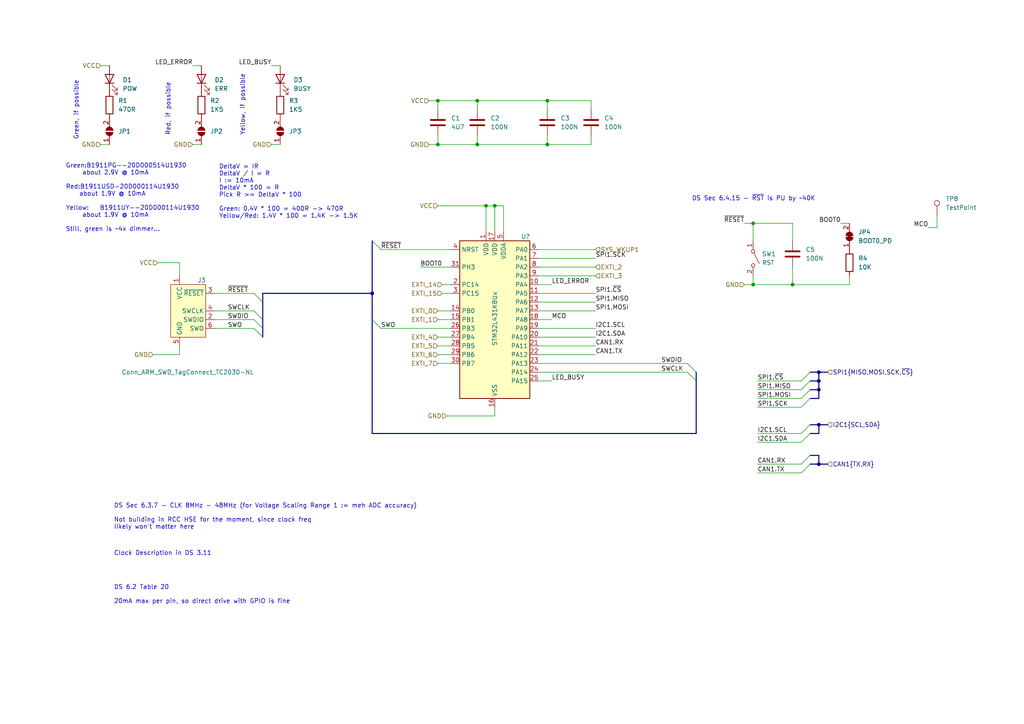
<source format=kicad_sch>
(kicad_sch (version 20230121) (generator eeschema)
  (paper "A4")
  (lib_symbols
    (symbol "Connector:Conn_ARM_SWD_TagConnect_TC2030-NL" (in_bom no)
      (property "Reference" "J" (at 2.54 11.43 0))
      (property "Value" "Conn_ARM_SWD_TagConnect_TC2030-NL" (at 2.54 8.89 0))
      (symbol "Conn_ARM_SWD_TagConnect_TC2030-NL_0_0"
        (pin power_in line (at -2.54 10.16 270) (length 2.54) (name "VCC") (number "1"))
        (pin bidirectional line (at 7.62 -2.54 180) (length 2.54) (name "SWDIO") (number "2"))
        (pin open_collector line (at 7.62 5.08 180) (length 2.54) (name "~{RESET}") (number "3"))
        (pin output line (at 7.62 0 180) (length 2.54) (name "SWCLK") (number "4"))
        (pin power_in line (at -2.54 -10.16 90) (length 2.54) (name "GND") (number "5"))
        (pin input line (at 7.62 -5.08 180) (length 2.54) (name "SWO") (number "6"))
      )
      (symbol "Conn_ARM_SWD_TagConnect_TC2030-NL_0_1"
        (rectangle (start -5.08 7.62) (end 5.08 -7.62) (fill (type background)))
      )
    )
    (symbol "Connector:TestPoint" (pin_numbers hide) (pin_names (offset 0.762) hide)
      (property "Reference" "TP" (at 0 6.858 0))
      (property "Value" "TestPoint" (at 0 5.08 0))
      (symbol "TestPoint_0_1"
        (circle (center 0 3.302) (radius 0.762))
      )
      (symbol "TestPoint_1_1"
        (pin passive line (at 0 0 90) (length 2.54) (name "1") (number "1"))
      )
    )
    (symbol "Device:C" (pin_numbers hide) (pin_names (offset 0.254))
      (property "Reference" "C" (at 0.635 2.54 0))
      (property "Value" "C" (at 0.635 -2.54 0))
      (symbol "C_0_1"
        (polyline (pts (xy -2.032 -0.762) (xy 2.032 -0.762)) (stroke (width 0.508)))
        (polyline (pts (xy -2.032 0.762) (xy 2.032 0.762)) (stroke (width 0.508)))
      )
      (symbol "C_1_1"
        (pin passive line (at 0 3.81 270) (length 2.794) (name "~") (number "1"))
        (pin passive line (at 0 -3.81 90) (length 2.794) (name "~") (number "2"))
      )
    )
    (symbol "Device:LED" (pin_numbers hide) (pin_names (offset 1.016) hide)
      (property "Reference" "D" (at 0 2.54 0))
      (property "Value" "LED" (at 0 -2.54 0))
      (symbol "LED_0_1"
        (polyline (pts (xy -1.27 -1.27) (xy -1.27 1.27)) (stroke (width 0.254)))
        (polyline (pts (xy -1.27 0) (xy 1.27 0)))
        (polyline (pts (xy 1.27 -1.27) (xy 1.27 1.27) (xy -1.27 0) (xy 1.27 -1.27)) (stroke (width 0.254)))
        (polyline (pts (xy -3.048 -0.762) (xy -4.572 -2.286) (xy -3.81 -2.286) (xy -4.572 -2.286) (xy -4.572 -1.524)))
        (polyline (pts (xy -1.778 -0.762) (xy -3.302 -2.286) (xy -2.54 -2.286) (xy -3.302 -2.286) (xy -3.302 -1.524)))
      )
      (symbol "LED_1_1"
        (pin passive line (at -3.81 0 0) (length 2.54) (name "K") (number "1"))
        (pin passive line (at 3.81 0 180) (length 2.54) (name "A") (number "2"))
      )
    )
    (symbol "Device:R" (pin_numbers hide) (pin_names (offset 0))
      (property "Reference" "R" (at 2.032 0 90))
      (property "Value" "R" (at 0 0 90))
      (symbol "R_0_1"
        (rectangle (start -1.016 -2.54) (end 1.016 2.54) (stroke (width 0.254)))
      )
      (symbol "R_1_1"
        (pin passive line (at 0 3.81 270) (length 1.27) (name "~") (number "1"))
        (pin passive line (at 0 -3.81 90) (length 1.27) (name "~") (number "2"))
      )
    )
    (symbol "Jumper:SolderJumper_2_Bridged" (pin_names (offset 0) hide)
      (property "Reference" "JP" (at 0 2.032 0))
      (property "Value" "SolderJumper_2_Bridged" (at 0 -2.54 0))
      (symbol "SolderJumper_2_Bridged_0_1"
        (rectangle (start -0.508 0.508) (end 0.508 -0.508) (fill (type outline)))
        (arc (start -0.254 1.016) (mid -1.2656 0) (end -0.254 -1.016))
        (arc (start -0.254 1.016) (mid -1.2656 0) (end -0.254 -1.016) (fill (type outline)))
        (polyline (pts (xy -0.254 1.016) (xy -0.254 -1.016)))
        (polyline (pts (xy 0.254 1.016) (xy 0.254 -1.016)))
        (arc (start 0.254 -1.016) (mid 1.2656 0) (end 0.254 1.016))
        (arc (start 0.254 -1.016) (mid 1.2656 0) (end 0.254 1.016) (fill (type outline)))
      )
      (symbol "SolderJumper_2_Bridged_1_1"
        (pin passive line (at -3.81 0 0) (length 2.54) (name "A") (number "1"))
        (pin passive line (at 3.81 0 180) (length 2.54) (name "B") (number "2"))
      )
    )
    (symbol "Jumper:SolderJumper_2_Open" (pin_names (offset 0) hide)
      (property "Reference" "JP" (at 0 2.032 0))
      (property "Value" "SolderJumper_2_Open" (at 0 -2.54 0))
      (symbol "SolderJumper_2_Open_0_1"
        (arc (start -0.254 1.016) (mid -1.2656 0) (end -0.254 -1.016))
        (arc (start -0.254 1.016) (mid -1.2656 0) (end -0.254 -1.016) (fill (type outline)))
        (polyline (pts (xy -0.254 1.016) (xy -0.254 -1.016)))
        (polyline (pts (xy 0.254 1.016) (xy 0.254 -1.016)))
        (arc (start 0.254 -1.016) (mid 1.2656 0) (end 0.254 1.016))
        (arc (start 0.254 -1.016) (mid 1.2656 0) (end 0.254 1.016) (fill (type outline)))
      )
      (symbol "SolderJumper_2_Open_1_1"
        (pin passive line (at -3.81 0 0) (length 2.54) (name "A") (number "1"))
        (pin passive line (at 3.81 0 180) (length 2.54) (name "B") (number "2"))
      )
    )
    (symbol "MCU_ST_STM32L4:STM32L431KBUx"
      (property "Reference" "U" (at -10.16 24.13 0))
      (property "Value" "STM32L431KBUx" (at 5.08 24.13 0))
      (symbol "STM32L431KBUx_0_1"
        (rectangle (start -10.16 -22.86) (end 10.16 22.86) (stroke (width 0.254)) (fill (type background)))
      )
      (symbol "STM32L431KBUx_1_1"
        (pin power_in line (at -2.54 25.4 270) (length 2.54) (name "VDD") (number "1"))
        (pin bidirectional line (at 12.7 10.16 180) (length 2.54) (name "PA4") (number "10"))
        (pin bidirectional line (at 12.7 7.62 180) (length 2.54) (name "PA5") (number "11"))
        (pin bidirectional line (at 12.7 5.08 180) (length 2.54) (name "PA6") (number "12"))
        (pin bidirectional line (at 12.7 2.54 180) (length 2.54) (name "PA7") (number "13"))
        (pin bidirectional line (at -12.7 2.54 0) (length 2.54) (name "PB0") (number "14"))
        (pin bidirectional line (at -12.7 0 0) (length 2.54) (name "PB1") (number "15"))
        (pin power_in line (at 0 -25.4 90) (length 2.54) (name "VSS") (number "16"))
        (pin power_in line (at 0 25.4 270) (length 2.54) (name "VDD") (number "17"))
        (pin bidirectional line (at 12.7 0 180) (length 2.54) (name "PA8") (number "18"))
        (pin bidirectional line (at 12.7 -2.54 180) (length 2.54) (name "PA9") (number "19"))
        (pin bidirectional line (at -12.7 10.16 0) (length 2.54) (name "PC14") (number "2"))
        (pin bidirectional line (at 12.7 -5.08 180) (length 2.54) (name "PA10") (number "20"))
        (pin bidirectional line (at 12.7 -7.62 180) (length 2.54) (name "PA11") (number "21"))
        (pin bidirectional line (at 12.7 -10.16 180) (length 2.54) (name "PA12") (number "22"))
        (pin bidirectional line (at 12.7 -12.7 180) (length 2.54) (name "PA13") (number "23"))
        (pin bidirectional line (at 12.7 -15.24 180) (length 2.54) (name "PA14") (number "24"))
        (pin bidirectional line (at 12.7 -17.78 180) (length 2.54) (name "PA15") (number "25"))
        (pin bidirectional line (at -12.7 -2.54 0) (length 2.54) (name "PB3") (number "26"))
        (pin bidirectional line (at -12.7 -5.08 0) (length 2.54) (name "PB4") (number "27"))
        (pin bidirectional line (at -12.7 -7.62 0) (length 2.54) (name "PB5") (number "28"))
        (pin bidirectional line (at -12.7 -10.16 0) (length 2.54) (name "PB6") (number "29"))
        (pin bidirectional line (at -12.7 7.62 0) (length 2.54) (name "PC15") (number "3"))
        (pin bidirectional line (at -12.7 -12.7 0) (length 2.54) (name "PB7") (number "30"))
        (pin bidirectional line (at -12.7 15.24 0) (length 2.54) (name "PH3") (number "31"))
        (pin passive line (at 0 -25.4 90) (length 2.54) hide (name "VSS") (number "32"))
        (pin passive line (at 0 -25.4 90) (length 2.54) hide (name "VSS") (number "33"))
        (pin input line (at -12.7 20.32 0) (length 2.54) (name "NRST") (number "4"))
        (pin power_in line (at 2.54 25.4 270) (length 2.54) (name "VDDA") (number "5"))
        (pin bidirectional line (at 12.7 20.32 180) (length 2.54) (name "PA0") (number "6"))
        (pin bidirectional line (at 12.7 17.78 180) (length 2.54) (name "PA1") (number "7"))
        (pin bidirectional line (at 12.7 15.24 180) (length 2.54) (name "PA2") (number "8"))
        (pin bidirectional line (at 12.7 12.7 180) (length 2.54) (name "PA3") (number "9"))
      )
    )
    (symbol "Switch:SW_SPST" (pin_names (offset 0) hide)
      (property "Reference" "SW" (at 0 3.175 0))
      (property "Value" "SW_SPST" (at 0 -2.54 0))
      (symbol "SW_SPST_0_0"
        (circle (center -2.032 0) (radius 0.508))
        (polyline (pts (xy -1.524 0.254) (xy 1.524 1.778)))
        (circle (center 2.032 0) (radius 0.508))
      )
      (symbol "SW_SPST_1_1"
        (pin passive line (at -5.08 0 0) (length 2.54) (name "A") (number "1"))
        (pin passive line (at 5.08 0 180) (length 2.54) (name "B") (number "2"))
      )
    )
  )
  (junction (at 229.87 82.55))
  (junction (at 158.75 29.21))
  (junction (at 138.43 29.21))
  (junction (at 140.97 59.69))
  (junction (at 158.75 41.91))
  (junction (at 138.43 41.91))
  (junction (at 237.49 110.49))
  (junction (at 107.95 85.09))
  (junction (at 143.51 59.69))
  (junction (at 237.49 113.03))
  (junction (at 218.44 82.55))
  (junction (at 237.49 123.19))
  (junction (at 127 29.21))
  (junction (at 237.49 134.62))
  (junction (at 237.49 107.95))
  (junction (at 218.44 64.77))
  (junction (at 127 41.91))
  (bus_entry (at 234.95 123.19) (size -2.54 2.54))
  (bus_entry (at 199.39 105.41) (size 2.54 2.54))
  (bus_entry (at 73.66 95.25) (size 2.54 2.54))
  (bus_entry (at 73.66 92.71) (size 2.54 2.54))
  (bus_entry (at 234.95 107.95) (size -2.54 2.54))
  (bus_entry (at 234.95 110.49) (size -2.54 2.54))
  (bus_entry (at 199.39 107.95) (size 2.54 2.54))
  (bus_entry (at 107.95 69.85) (size 2.54 2.54))
  (bus_entry (at 73.66 85.09) (size 2.54 2.54))
  (bus_entry (at 234.95 115.57) (size -2.54 2.54))
  (bus_entry (at 234.95 132.08) (size -2.54 2.54))
  (bus_entry (at 234.95 134.62) (size -2.54 2.54))
  (bus_entry (at 234.95 125.73) (size -2.54 2.54))
  (bus_entry (at 234.95 113.03) (size -2.54 2.54))
  (bus_entry (at 107.95 92.71) (size 2.54 2.54))
  (bus_entry (at 73.66 90.17) (size 2.54 2.54))
  (wire (pts (xy 218.44 64.77) (xy 218.44 69.85)))
  (wire (pts (xy 229.87 64.77) (xy 218.44 64.77)))
  (bus (pts (xy 237.49 115.57) (xy 237.49 113.03)))
  (wire (pts (xy 246.38 82.55) (xy 246.38 80.01)))
  (wire (pts (xy 158.75 41.91) (xy 171.45 41.91)))
  (wire (pts (xy 52.07 76.2) (xy 52.07 80.01)))
  (wire (pts (xy 127 100.33) (xy 130.81 100.33)))
  (wire (pts (xy 138.43 29.21) (xy 158.75 29.21)))
  (wire (pts (xy 156.21 74.93) (xy 172.72 74.93)))
  (wire (pts (xy 128.27 82.55) (xy 130.81 82.55)))
  (wire (pts (xy 156.21 102.87) (xy 172.72 102.87)))
  (wire (pts (xy 156.21 97.79) (xy 172.72 97.79)))
  (bus (pts (xy 107.95 92.71) (xy 107.95 125.73)))
  (bus (pts (xy 234.95 134.62) (xy 237.49 134.62)))
  (wire (pts (xy 127 97.79) (xy 130.81 97.79)))
  (bus (pts (xy 76.2 87.63) (xy 76.2 85.09)))
  (wire (pts (xy 129.54 120.65) (xy 143.51 120.65)))
  (wire (pts (xy 219.71 113.03) (xy 232.41 113.03)))
  (wire (pts (xy 215.9 82.55) (xy 218.44 82.55)))
  (bus (pts (xy 234.95 132.08) (xy 237.49 132.08)))
  (bus (pts (xy 237.49 134.62) (xy 240.03 134.62)))
  (bus (pts (xy 237.49 113.03) (xy 237.49 110.49)))
  (wire (pts (xy 127 102.87) (xy 130.81 102.87)))
  (wire (pts (xy 156.21 72.39) (xy 172.72 72.39)))
  (wire (pts (xy 219.71 134.62) (xy 232.41 134.62)))
  (wire (pts (xy 218.44 64.77) (xy 215.9 64.77)))
  (wire (pts (xy 156.21 80.01) (xy 172.72 80.01)))
  (bus (pts (xy 107.95 85.09) (xy 107.95 92.71)))
  (wire (pts (xy 158.75 29.21) (xy 158.75 31.75)))
  (wire (pts (xy 138.43 41.91) (xy 158.75 41.91)))
  (wire (pts (xy 55.88 41.91) (xy 58.42 41.91)))
  (wire (pts (xy 219.71 125.73) (xy 232.41 125.73)))
  (wire (pts (xy 127 29.21) (xy 127 31.75)))
  (bus (pts (xy 237.49 123.19) (xy 240.03 123.19)))
  (wire (pts (xy 219.71 128.27) (xy 232.41 128.27)))
  (wire (pts (xy 171.45 39.37) (xy 171.45 41.91)))
  (wire (pts (xy 127 59.69) (xy 140.97 59.69)))
  (bus (pts (xy 234.95 113.03) (xy 237.49 113.03)))
  (bus (pts (xy 237.49 110.49) (xy 237.49 107.95)))
  (bus (pts (xy 201.93 125.73) (xy 107.95 125.73)))
  (bus (pts (xy 201.93 110.49) (xy 201.93 125.73)))
  (wire (pts (xy 158.75 39.37) (xy 158.75 41.91)))
  (wire (pts (xy 127 39.37) (xy 127 41.91)))
  (wire (pts (xy 219.71 110.49) (xy 232.41 110.49)))
  (wire (pts (xy 271.78 62.23) (xy 271.78 66.04)))
  (wire (pts (xy 62.23 92.71) (xy 73.66 92.71)))
  (wire (pts (xy 124.46 29.21) (xy 127 29.21)))
  (bus (pts (xy 76.2 92.71) (xy 76.2 87.63)))
  (wire (pts (xy 31.75 19.05) (xy 29.21 19.05)))
  (wire (pts (xy 219.71 115.57) (xy 232.41 115.57)))
  (bus (pts (xy 237.49 132.08) (xy 237.49 134.62)))
  (bus (pts (xy 76.2 97.79) (xy 76.2 95.25)))
  (wire (pts (xy 143.51 120.65) (xy 143.51 118.11)))
  (wire (pts (xy 58.42 19.05) (xy 55.88 19.05)))
  (wire (pts (xy 229.87 82.55) (xy 229.87 77.47)))
  (wire (pts (xy 271.78 66.04) (xy 269.24 66.04)))
  (wire (pts (xy 127 90.17) (xy 130.81 90.17)))
  (wire (pts (xy 128.27 85.09) (xy 130.81 85.09)))
  (wire (pts (xy 62.23 90.17) (xy 73.66 90.17)))
  (wire (pts (xy 229.87 82.55) (xy 246.38 82.55)))
  (wire (pts (xy 140.97 59.69) (xy 140.97 67.31)))
  (wire (pts (xy 156.21 92.71) (xy 160.02 92.71)))
  (wire (pts (xy 143.51 59.69) (xy 146.05 59.69)))
  (wire (pts (xy 171.45 29.21) (xy 171.45 31.75)))
  (wire (pts (xy 78.74 41.91) (xy 81.28 41.91)))
  (wire (pts (xy 110.49 95.25) (xy 130.81 95.25)))
  (wire (pts (xy 243.84 64.77) (xy 246.38 64.77)))
  (bus (pts (xy 107.95 69.85) (xy 107.95 85.09)))
  (wire (pts (xy 138.43 29.21) (xy 138.43 31.75)))
  (wire (pts (xy 138.43 41.91) (xy 127 41.91)))
  (wire (pts (xy 156.21 87.63) (xy 172.72 87.63)))
  (wire (pts (xy 62.23 95.25) (xy 73.66 95.25)))
  (wire (pts (xy 29.21 41.91) (xy 31.75 41.91)))
  (bus (pts (xy 234.95 110.49) (xy 237.49 110.49)))
  (wire (pts (xy 127 29.21) (xy 138.43 29.21)))
  (wire (pts (xy 127 41.91) (xy 124.46 41.91)))
  (wire (pts (xy 81.28 19.05) (xy 78.74 19.05)))
  (bus (pts (xy 237.49 125.73) (xy 237.49 123.19)))
  (wire (pts (xy 219.71 118.11) (xy 232.41 118.11)))
  (bus (pts (xy 234.95 107.95) (xy 237.49 107.95)))
  (wire (pts (xy 140.97 59.69) (xy 143.51 59.69)))
  (wire (pts (xy 156.21 110.49) (xy 160.02 110.49)))
  (wire (pts (xy 146.05 59.69) (xy 146.05 67.31)))
  (wire (pts (xy 143.51 59.69) (xy 143.51 67.31)))
  (wire (pts (xy 62.23 85.09) (xy 73.66 85.09)))
  (bus (pts (xy 76.2 95.25) (xy 76.2 92.71)))
  (bus (pts (xy 76.2 85.09) (xy 107.95 85.09)))
  (wire (pts (xy 156.21 107.95) (xy 199.39 107.95)))
  (wire (pts (xy 127 92.71) (xy 130.81 92.71)))
  (bus (pts (xy 234.95 115.57) (xy 237.49 115.57)))
  (bus (pts (xy 234.95 123.19) (xy 237.49 123.19)))
  (wire (pts (xy 156.21 90.17) (xy 172.72 90.17)))
  (wire (pts (xy 127 105.41) (xy 130.81 105.41)))
  (wire (pts (xy 156.21 100.33) (xy 172.72 100.33)))
  (wire (pts (xy 156.21 77.47) (xy 172.72 77.47)))
  (bus (pts (xy 201.93 107.95) (xy 201.93 110.49)))
  (wire (pts (xy 218.44 82.55) (xy 229.87 82.55)))
  (wire (pts (xy 121.92 77.47) (xy 130.81 77.47)))
  (wire (pts (xy 110.49 72.39) (xy 130.81 72.39)))
  (bus (pts (xy 237.49 107.95) (xy 240.03 107.95)))
  (wire (pts (xy 138.43 39.37) (xy 138.43 41.91)))
  (wire (pts (xy 44.45 102.87) (xy 52.07 102.87)))
  (wire (pts (xy 158.75 29.21) (xy 171.45 29.21)))
  (wire (pts (xy 45.72 76.2) (xy 52.07 76.2)))
  (wire (pts (xy 156.21 95.25) (xy 172.72 95.25)))
  (wire (pts (xy 219.71 137.16) (xy 232.41 137.16)))
  (bus (pts (xy 234.95 125.73) (xy 237.49 125.73)))
  (wire (pts (xy 156.21 105.41) (xy 199.39 105.41)))
  (wire (pts (xy 229.87 69.85) (xy 229.87 64.77)))
  (wire (pts (xy 52.07 102.87) (xy 52.07 100.33)))
  (wire (pts (xy 156.21 82.55) (xy 160.02 82.55)))
  (wire (pts (xy 156.21 85.09) (xy 172.72 85.09)))
  (wire (pts (xy 218.44 80.01) (xy 218.44 82.55)))
  (text "Green, if possible" (at 22.86 40.64 90) (effects (font (size 1.27 1.27)) (justify left bottom)))
  (text "Yellow, if possible" (at 71.12 39.37 90) (effects (font (size 1.27 1.27)) (justify left bottom)))
  (text "DS 6.2 Table 20\n\n20mA max per pin, so direct drive with GPIO is fine" (at 33.02 175.26 0) (effects (font (size 1.27 1.27)) (justify left bottom)))
  (text "DeltaV = IR\nDeltaV / I = R\nI := 10mA\nDeltaV * 100 = R\nPick R >= DeltaV * 100\n\nGreen: 0.4V * 100 = 400R -> 470R\nYellow/Red: 1.4V * 100 = 1.4K -> 1.5K" (at 63.5 63.5 0) (effects (font (size 1.27 1.27)) (justify left bottom)))
  (text "DS Sec 6.4.15 - ~{RST} is PU by ~40K" (at 200.66 58.42 0) (effects (font (size 1.27 1.27)) (justify left bottom)))
  (text "Red, if possible" (at 49.53 39.37 90) (effects (font (size 1.27 1.27)) (justify left bottom)))
  (text "DS Sec 6.3.7 - CLK 8MHz - 48MHz (for Voltage Scaling Range 1 := meh ADC accuracy)\n\nNot building in RCC HSE for the moment, since clock freq\nlikely won't matter here" (at 33.02 153.67 0) (effects (font (size 1.27 1.27)) (justify left bottom)))
  (text "Green:B1911PG--20D000514U1930\n	about 2.9V @ 10mA\n\nRed:B1911USD-20D000114U1930\n    about 1.9V @ 10mA\n\nYellow:	B1911UY--20D000114U1930\n	about 1.9V @ 10mA\n\nStill, green is ~4x dimmer..." (at 19.05 67.31 0) (effects (font (size 1.27 1.27)) (justify left bottom)))
  (text "Clock Description in DS 3.11" (at 33.02 161.29 0) (effects (font (size 1.27 1.27)) (justify left bottom)))
  (label "BOOT0" (at 243.84 64.77 180))
  (label "LED_BUSY" (at 78.74 19.05 180))
  (label "SWO" (at 66.04 95.25 0))
  (label "CAN1.RX" (at 219.71 134.62 0))
  (label "LED_ERROR" (at 55.88 19.05 180))
  (label "~{RESET}" (at 66.04 85.09 0))
  (label "I2C1.SCL" (at 219.71 125.73 0))
  (label "I2C1.SDA" (at 219.71 128.27 0))
  (label "LED_BUSY" (at 160.02 110.49 0))
  (label "CAN1.TX" (at 219.71 137.16 0))
  (label "SWO" (at 110.49 95.25 0))
  (label "CAN1.RX" (at 172.72 100.33 0))
  (label "LED_ERROR" (at 160.02 82.55 0))
  (label "I2C1.SDA" (at 172.72 97.79 0))
  (label "SPI1.MOSI" (at 172.72 90.17 0))
  (label "BOOT0" (at 121.92 77.47 0))
  (label "SPI1.MISO" (at 219.71 113.03 0))
  (label "I2C1.SCL" (at 172.72 95.25 0))
  (label "SPI1.SCK" (at 219.71 118.11 0))
  (label "CAN1.TX" (at 172.72 102.87 0))
  (label "SPI1.MOSI" (at 219.71 115.57 0))
  (label "SWCLK" (at 191.77 107.95 0))
  (label "SWCLK" (at 66.04 90.17 0))
  (label "~{RESET}" (at 110.49 72.39 0))
  (label "SPI1.~{CS}" (at 219.71 110.49 0))
  (label "SWDIO" (at 66.04 92.71 0))
  (label "SWDIO" (at 191.77 105.41 0))
  (label "SPI1.MISO" (at 172.72 87.63 0))
  (label "MCO" (at 160.02 92.71 0))
  (label "SPI1.~{CS}" (at 172.72 85.09 0))
  (label "MCO" (at 269.24 66.04 180))
  (label "~{RESET}" (at 215.9 64.77 180))
  (label "SPI1.SCK" (at 172.72 74.93 0))
  (hierarchical_label "GND" (shape input) (at 129.54 120.65 180))
  (hierarchical_label "SYS_WKUP1" (shape input) (at 172.72 72.39 0))
  (hierarchical_label "GND" (shape input) (at 29.21 41.91 180))
  (hierarchical_label "VCC" (shape input) (at 29.21 19.05 180))
  (hierarchical_label "GND" (shape input) (at 124.46 41.91 180))
  (hierarchical_label "CAN1{TX,RX}" (shape input) (at 240.03 134.62 0))
  (hierarchical_label "EXTI_14" (shape input) (at 128.27 82.55 180))
  (hierarchical_label "EXTI_0" (shape input) (at 127 90.17 180))
  (hierarchical_label "VCC" (shape input) (at 45.72 76.2 180))
  (hierarchical_label "GND" (shape input) (at 55.88 41.91 180))
  (hierarchical_label "EXTI_4" (shape input) (at 127 97.79 180))
  (hierarchical_label "VCC" (shape input) (at 124.46 29.21 180))
  (hierarchical_label "GND" (shape input) (at 44.45 102.87 180))
  (hierarchical_label "EXTI_7" (shape input) (at 127 105.41 180))
  (hierarchical_label "EXTI_6" (shape input) (at 127 102.87 180))
  (hierarchical_label "EXTI_3" (shape input) (at 172.72 80.01 0))
  (hierarchical_label "EXTI_2" (shape input) (at 172.72 77.47 0))
  (hierarchical_label "EXTI_5" (shape input) (at 127 100.33 180))
  (hierarchical_label "I2C1{SCL,SDA}" (shape input) (at 240.03 123.19 0))
  (hierarchical_label "EXTI_1" (shape input) (at 127 92.71 180))
  (hierarchical_label "SPI1{MISO,MOSI,SCK,~{CS}}" (shape input) (at 240.03 107.95 0))
  (hierarchical_label "GND" (shape input) (at 215.9 82.55 180))
  (hierarchical_label "GND" (shape input) (at 78.74 41.91 180))
  (hierarchical_label "EXTI_15" (shape input) (at 128.27 85.09 180))
  (hierarchical_label "VCC" (shape input) (at 127 59.69 180))
  (symbol (lib_id "Device:C") (at 138.43 35.56 0) (unit 1)
    (property "Reference" "C2" (at 142.24 34.29 0) (effects (justify left)))
    (property "Value" "100N" (at 142.24 36.83 0) (effects (justify left)))
    (property "Footprint" "Capacitor_SMD:C_0603_1608Metric" (effects hide))
  )
  (symbol (lib_id "Jumper:SolderJumper_2_Open") (at 81.28 38.1 90) (unit 1)
    (property "Reference" "JP3" (at 83.82 38.1 90) (effects (justify right)))
    (property "Value" "SolderJumper_2_Open" (effects hide))
    (property "Footprint" "Jumper:SolderJumper-2_P1.3mm_Open_TrianglePad1.0x1.5mm" (effects hide))
  )
  (symbol (lib_id "Device:LED") (at 31.75 22.86 90) (unit 1)
    (property "Reference" "D1" (at 35.56 23.1775 90) (effects (justify right)))
    (property "Value" "POW" (at 35.56 25.7175 90) (effects (justify right)))
    (property "Footprint" "LED_SMD:LED_0603_1608Metric" (effects hide))
  )
  (symbol (lib_id "Device:R") (at 31.75 30.48 0) (unit 1)
    (property "Reference" "R1" (at 34.29 29.21 0) (effects (justify left)))
    (property "Value" "470R" (at 34.29 31.75 0) (effects (justify left)))
    (property "Footprint" "Resistor_SMD:R_0603_1608Metric" (effects hide))
  )
  (symbol (lib_id "Device:R") (at 81.28 30.48 0) (unit 1)
    (property "Reference" "R3" (at 83.82 29.21 0) (effects (justify left)))
    (property "Value" "1K5" (at 83.82 31.75 0) (effects (justify left)))
    (property "Footprint" "Resistor_SMD:R_0603_1608Metric" (effects hide))
  )
  (symbol (lib_id "Device:C") (at 127 35.56 0) (unit 1)
    (property "Reference" "C1" (at 130.81 34.29 0) (effects (justify left)))
    (property "Value" "4U7" (at 130.81 36.83 0) (effects (justify left)))
    (property "Footprint" "Capacitor_SMD:C_0805_2012Metric" (effects hide))
  )
  (symbol (lib_id "Device:C") (at 158.75 35.56 0) (unit 1)
    (property "Reference" "C3" (at 162.56 34.29 0) (effects (justify left)))
    (property "Value" "100N" (at 162.56 36.83 0) (effects (justify left)))
    (property "Footprint" "Capacitor_SMD:C_0603_1608Metric" (effects hide))
  )
  (symbol (lib_id "MCU_ST_STM32L4:STM32L431KBUx") (at 143.51 92.71 0) (unit 1)
    (property "Reference" "U?" (at 151.13 68.58 0) (effects (justify left)))
    (property "Value" "STM32L431KBUx" (at 143.51 100.33 90) (effects (justify left)))
    (property "Footprint" "Package_DFN_QFN:QFN-32-1EP_5x5mm_P0.5mm_EP3.45x3.45mm" (effects hide))
    (property "Datasheet" "https://www.st.com/resource/en/datasheet/stm32l431kb.pdf" (effects hide))
    (instances (project "main" (path "" (reference "U?") (unit 1)) (path "" (reference "U1") (unit 1))))
  )
  (symbol (lib_id "Connector:Conn_ARM_SWD_TagConnect_TC2030-NL") (at 54.61 90.17 0) (unit 1) (in_bom no)
    (property "Reference" "J3" (at 59.69 81.28 0) (effects (justify right)))
    (property "Value" "Conn_ARM_SWD_TagConnect_TC2030-NL" (at 73.66 107.95 0) (effects (justify right)))
    (property "Footprint" "Connector:Tag-Connect_TC2030-IDC-NL_2x03_P1.27mm_Vertical" (effects hide))
    (property "Datasheet" "https://www.tag-connect.com/wp-content/uploads/bsk-pdf-manager/TC2030-CTX_1.pdf" (effects hide))
  )
  (symbol (lib_id "Connector:TestPoint") (at 271.78 62.23 0) (unit 1)
    (property "Reference" "TP8" (at 274.32 57.658 0) (effects (justify left)))
    (property "Value" "TestPoint" (at 274.32 60.198 0) (effects (justify left)))
    (property "Footprint" "TestPoint:TestPoint_Pad_1.0x1.0mm" (effects hide))
  )
  (symbol (lib_id "Device:R") (at 58.42 30.48 0) (unit 1)
    (property "Reference" "R2" (at 60.96 29.21 0) (effects (justify left)))
    (property "Value" "1K5" (at 60.96 31.75 0) (effects (justify left)))
    (property "Footprint" "Resistor_SMD:R_0603_1608Metric" (effects hide))
  )
  (symbol (lib_id "Jumper:SolderJumper_2_Bridged") (at 246.38 68.58 90) (unit 1)
    (property "Reference" "JP4" (at 248.92 67.31 90) (effects (justify right)))
    (property "Value" "BOOT0_PD" (at 248.92 69.85 90) (effects (justify right)))
    (property "Footprint" "Jumper:SolderJumper-2_P1.3mm_Bridged_RoundedPad1.0x1.5mm" (effects hide))
  )
  (symbol (lib_id "Device:R") (at 246.38 76.2 0) (unit 1)
    (property "Reference" "R4" (at 248.92 74.93 0) (effects (justify left)))
    (property "Value" "10K" (at 248.92 77.47 0) (effects (justify left)))
    (property "Footprint" "Resistor_SMD:R_0603_1608Metric" (effects hide))
  )
  (symbol (lib_id "Switch:SW_SPST") (at 218.44 74.93 270) (unit 1)
    (property "Reference" "SW1" (at 220.98 73.66 90) (effects (justify left)))
    (property "Value" "RST" (at 220.98 76.2 90) (effects (justify left)))
    (property "Footprint" "Connector_PinHeader_2.54mm:PinHeader_1x02_P2.54mm_Vertical" (effects hide))
  )
  (symbol (lib_id "Device:LED") (at 81.28 22.86 90) (unit 1)
    (property "Reference" "D3" (at 85.09 23.1775 90) (effects (justify right)))
    (property "Value" "BUSY" (at 85.09 25.7175 90) (effects (justify right)))
    (property "Footprint" "LED_SMD:LED_0603_1608Metric" (effects hide))
  )
  (symbol (lib_id "Jumper:SolderJumper_2_Open") (at 31.75 38.1 90) (unit 1)
    (property "Reference" "JP1" (at 34.29 38.1 90) (effects (justify right)))
    (property "Value" "SolderJumper_2_Open" (effects hide))
    (property "Footprint" "Jumper:SolderJumper-2_P1.3mm_Open_TrianglePad1.0x1.5mm" (effects hide))
  )
  (symbol (lib_id "Device:C") (at 229.87 73.66 0) (unit 1)
    (property "Reference" "C5" (at 233.68 72.39 0) (effects (justify left)))
    (property "Value" "100N" (at 233.68 74.93 0) (effects (justify left)))
    (property "Footprint" "Capacitor_SMD:C_0603_1608Metric" (effects hide))
  )
  (symbol (lib_id "Device:LED") (at 58.42 22.86 90) (unit 1)
    (property "Reference" "D2" (at 62.23 23.1775 90) (effects (justify right)))
    (property "Value" "ERR" (at 62.23 25.7175 90) (effects (justify right)))
    (property "Footprint" "LED_SMD:LED_0603_1608Metric" (effects hide))
  )
  (symbol (lib_id "Device:C") (at 171.45 35.56 0) (unit 1)
    (property "Reference" "C4" (at 175.26 34.29 0) (effects (justify left)))
    (property "Value" "100N" (at 175.26 36.83 0) (effects (justify left)))
    (property "Footprint" "Capacitor_SMD:C_0603_1608Metric" (effects hide))
  )
  (symbol (lib_id "Jumper:SolderJumper_2_Open") (at 58.42 38.1 90) (unit 1)
    (property "Reference" "JP2" (at 60.96 38.1 90) (effects (justify right)))
    (property "Value" "SolderJumper_2_Open" (effects hide))
    (property "Footprint" "Jumper:SolderJumper-2_P1.3mm_Open_TrianglePad1.0x1.5mm" (effects hide))
  )
)
</source>
